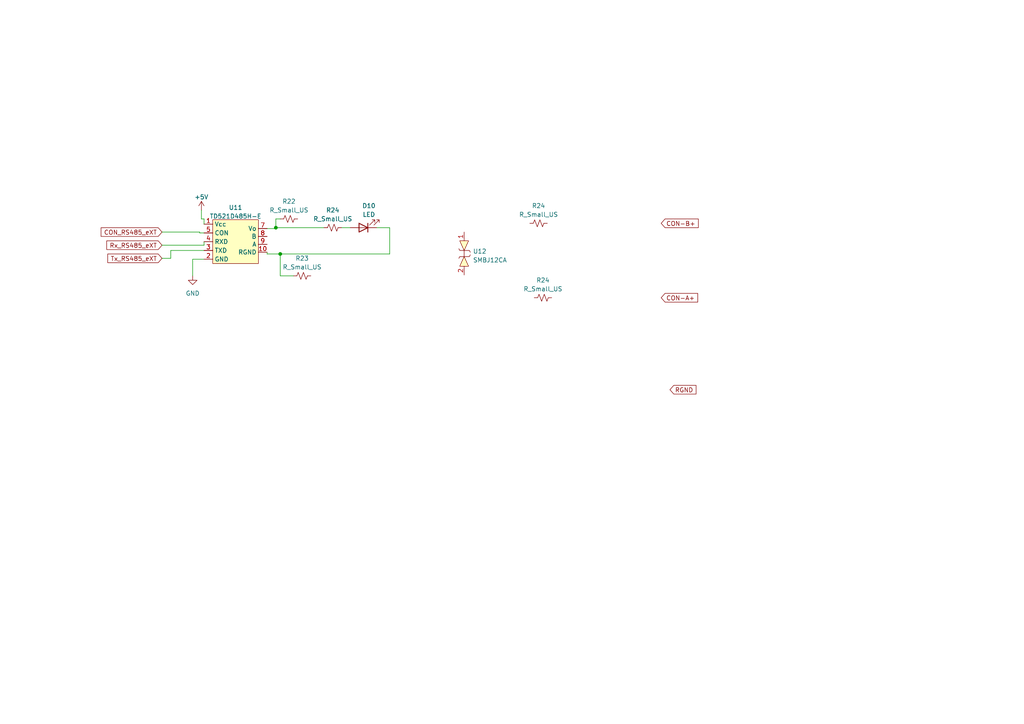
<source format=kicad_sch>
(kicad_sch (version 20230121) (generator eeschema)

  (uuid 058695a2-ad8f-40fd-a301-8e1d8656ddfe)

  (paper "A4")

  (lib_symbols
    (symbol "Device:LED" (pin_numbers hide) (pin_names (offset 1.016) hide) (in_bom yes) (on_board yes)
      (property "Reference" "D" (at 0 2.54 0)
        (effects (font (size 1.27 1.27)))
      )
      (property "Value" "LED" (at 0 -2.54 0)
        (effects (font (size 1.27 1.27)))
      )
      (property "Footprint" "" (at 0 0 0)
        (effects (font (size 1.27 1.27)) hide)
      )
      (property "Datasheet" "~" (at 0 0 0)
        (effects (font (size 1.27 1.27)) hide)
      )
      (property "ki_keywords" "LED diode" (at 0 0 0)
        (effects (font (size 1.27 1.27)) hide)
      )
      (property "ki_description" "Light emitting diode" (at 0 0 0)
        (effects (font (size 1.27 1.27)) hide)
      )
      (property "ki_fp_filters" "LED* LED_SMD:* LED_THT:*" (at 0 0 0)
        (effects (font (size 1.27 1.27)) hide)
      )
      (symbol "LED_0_1"
        (polyline
          (pts
            (xy -1.27 -1.27)
            (xy -1.27 1.27)
          )
          (stroke (width 0.254) (type default))
          (fill (type none))
        )
        (polyline
          (pts
            (xy -1.27 0)
            (xy 1.27 0)
          )
          (stroke (width 0) (type default))
          (fill (type none))
        )
        (polyline
          (pts
            (xy 1.27 -1.27)
            (xy 1.27 1.27)
            (xy -1.27 0)
            (xy 1.27 -1.27)
          )
          (stroke (width 0.254) (type default))
          (fill (type none))
        )
        (polyline
          (pts
            (xy -3.048 -0.762)
            (xy -4.572 -2.286)
            (xy -3.81 -2.286)
            (xy -4.572 -2.286)
            (xy -4.572 -1.524)
          )
          (stroke (width 0) (type default))
          (fill (type none))
        )
        (polyline
          (pts
            (xy -1.778 -0.762)
            (xy -3.302 -2.286)
            (xy -2.54 -2.286)
            (xy -3.302 -2.286)
            (xy -3.302 -1.524)
          )
          (stroke (width 0) (type default))
          (fill (type none))
        )
      )
      (symbol "LED_1_1"
        (pin passive line (at -3.81 0 0) (length 2.54)
          (name "K" (effects (font (size 1.27 1.27))))
          (number "1" (effects (font (size 1.27 1.27))))
        )
        (pin passive line (at 3.81 0 180) (length 2.54)
          (name "A" (effects (font (size 1.27 1.27))))
          (number "2" (effects (font (size 1.27 1.27))))
        )
      )
    )
    (symbol "Device:R_Small_US" (pin_numbers hide) (pin_names (offset 0.254) hide) (in_bom yes) (on_board yes)
      (property "Reference" "R" (at 0.762 0.508 0)
        (effects (font (size 1.27 1.27)) (justify left))
      )
      (property "Value" "R_Small_US" (at 0.762 -1.016 0)
        (effects (font (size 1.27 1.27)) (justify left))
      )
      (property "Footprint" "" (at 0 0 0)
        (effects (font (size 1.27 1.27)) hide)
      )
      (property "Datasheet" "~" (at 0 0 0)
        (effects (font (size 1.27 1.27)) hide)
      )
      (property "ki_keywords" "r resistor" (at 0 0 0)
        (effects (font (size 1.27 1.27)) hide)
      )
      (property "ki_description" "Resistor, small US symbol" (at 0 0 0)
        (effects (font (size 1.27 1.27)) hide)
      )
      (property "ki_fp_filters" "R_*" (at 0 0 0)
        (effects (font (size 1.27 1.27)) hide)
      )
      (symbol "R_Small_US_1_1"
        (polyline
          (pts
            (xy 0 0)
            (xy 1.016 -0.381)
            (xy 0 -0.762)
            (xy -1.016 -1.143)
            (xy 0 -1.524)
          )
          (stroke (width 0) (type default))
          (fill (type none))
        )
        (polyline
          (pts
            (xy 0 1.524)
            (xy 1.016 1.143)
            (xy 0 0.762)
            (xy -1.016 0.381)
            (xy 0 0)
          )
          (stroke (width 0) (type default))
          (fill (type none))
        )
        (pin passive line (at 0 2.54 270) (length 1.016)
          (name "~" (effects (font (size 1.27 1.27))))
          (number "1" (effects (font (size 1.27 1.27))))
        )
        (pin passive line (at 0 -2.54 90) (length 1.016)
          (name "~" (effects (font (size 1.27 1.27))))
          (number "2" (effects (font (size 1.27 1.27))))
        )
      )
    )
    (symbol "nuevos simvolos:SMBJ12CA" (in_bom yes) (on_board yes)
      (property "Reference" "U" (at 6.858 5.588 0)
        (effects (font (size 1.27 1.27)))
      )
      (property "Value" "SMBJ12CA" (at 6.858 4.064 0)
        (effects (font (size 1.27 1.27)))
      )
      (property "Footprint" "nuevo simbolo:SMBJ12CA" (at 6.858 5.588 0)
        (effects (font (size 1.27 1.27)) hide)
      )
      (property "Datasheet" "https://pdf1.alldatasheet.com/datasheet-pdf/view/568474/SOCAY/SMBJ12CA.html" (at 6.858 5.588 0)
        (effects (font (size 1.27 1.27)) hide)
      )
      (symbol "SMBJ12CA_0_1"
        (polyline
          (pts
            (xy 0 7.366)
            (xy 0 5.588)
          )
          (stroke (width 0) (type default))
          (fill (type none))
        )
        (polyline
          (pts
            (xy -1.524 5.08)
            (xy -1.27 5.588)
            (xy 1.524 5.588)
            (xy 1.778 6.096)
          )
          (stroke (width 0) (type default))
          (fill (type none))
        )
        (polyline
          (pts
            (xy -1.524 7.874)
            (xy -1.27 7.366)
            (xy 1.524 7.366)
            (xy 1.778 6.858)
          )
          (stroke (width 0) (type default))
          (fill (type none))
        )
        (polyline
          (pts
            (xy 0 5.588)
            (xy -1.27 2.794)
            (xy 1.27 2.794)
            (xy 0 5.588)
          )
          (stroke (width 0) (type default))
          (fill (type background))
        )
        (polyline
          (pts
            (xy 0 7.366)
            (xy -1.27 10.16)
            (xy 1.27 10.16)
            (xy 0 7.366)
          )
          (stroke (width 0) (type default))
          (fill (type background))
        )
      )
      (symbol "SMBJ12CA_1_1"
        (pin bidirectional line (at 0 12.7 270) (length 2.54)
          (name "" (effects (font (size 1.27 1.27))))
          (number "1" (effects (font (size 1.27 1.27))))
        )
        (pin bidirectional line (at 0 0.254 90) (length 2.54)
          (name "" (effects (font (size 1.27 1.27))))
          (number "2" (effects (font (size 1.27 1.27))))
        )
      )
    )
    (symbol "nuevos simvolos:TD521D485H-E" (in_bom yes) (on_board yes)
      (property "Reference" "U" (at 0 0 0)
        (effects (font (size 1.27 1.27)))
      )
      (property "Value" "TD521D485H-E" (at 0.254 -1.524 0)
        (effects (font (size 1.27 1.27)))
      )
      (property "Footprint" "nuevo simbolo:TD521D485H-E" (at 0 0 0)
        (effects (font (size 1.27 1.27)) hide)
      )
      (property "Datasheet" "https://www.digchip.com/datasheets/parts/datasheet/2/1007/TD521D485H-E-pdf.php" (at 0 0 0)
        (effects (font (size 1.27 1.27)) hide)
      )
      (symbol "TD521D485H-E_0_1"
        (rectangle (start -6.35 14.224) (end 6.858 1.524)
          (stroke (width 0) (type default))
          (fill (type background))
        )
      )
      (symbol "TD521D485H-E_1_1"
        (pin input line (at -8.89 12.954 0) (length 2.54)
          (name "Vcc" (effects (font (size 1.27 1.27))))
          (number "1" (effects (font (size 1.27 1.27))))
        )
        (pin output line (at 9.398 4.826 180) (length 2.54)
          (name "RGND" (effects (font (size 1.27 1.27))))
          (number "10" (effects (font (size 1.27 1.27))))
        )
        (pin output line (at -8.89 2.794 0) (length 2.54)
          (name "GND" (effects (font (size 1.27 1.27))))
          (number "2" (effects (font (size 1.27 1.27))))
        )
        (pin bidirectional line (at -8.89 5.334 0) (length 2.54)
          (name "TXD" (effects (font (size 1.27 1.27))))
          (number "3" (effects (font (size 1.27 1.27))))
        )
        (pin bidirectional line (at -8.89 7.874 0) (length 2.54)
          (name "RXD" (effects (font (size 1.27 1.27))))
          (number "4" (effects (font (size 1.27 1.27))))
        )
        (pin bidirectional line (at -8.89 10.414 0) (length 2.54)
          (name "CON" (effects (font (size 1.27 1.27))))
          (number "5" (effects (font (size 1.27 1.27))))
        )
        (pin output line (at 9.398 11.684 180) (length 2.54)
          (name "Vo" (effects (font (size 1.27 1.27))))
          (number "7" (effects (font (size 1.27 1.27))))
        )
        (pin bidirectional line (at 9.398 9.398 180) (length 2.54)
          (name "B" (effects (font (size 1.27 1.27))))
          (number "8" (effects (font (size 1.27 1.27))))
        )
        (pin bidirectional line (at 9.398 7.112 180) (length 2.54)
          (name "A" (effects (font (size 1.27 1.27))))
          (number "9" (effects (font (size 1.27 1.27))))
        )
      )
    )
    (symbol "power:+5V" (power) (pin_names (offset 0)) (in_bom yes) (on_board yes)
      (property "Reference" "#PWR" (at 0 -3.81 0)
        (effects (font (size 1.27 1.27)) hide)
      )
      (property "Value" "+5V" (at 0 3.556 0)
        (effects (font (size 1.27 1.27)))
      )
      (property "Footprint" "" (at 0 0 0)
        (effects (font (size 1.27 1.27)) hide)
      )
      (property "Datasheet" "" (at 0 0 0)
        (effects (font (size 1.27 1.27)) hide)
      )
      (property "ki_keywords" "global power" (at 0 0 0)
        (effects (font (size 1.27 1.27)) hide)
      )
      (property "ki_description" "Power symbol creates a global label with name \"+5V\"" (at 0 0 0)
        (effects (font (size 1.27 1.27)) hide)
      )
      (symbol "+5V_0_1"
        (polyline
          (pts
            (xy -0.762 1.27)
            (xy 0 2.54)
          )
          (stroke (width 0) (type default))
          (fill (type none))
        )
        (polyline
          (pts
            (xy 0 0)
            (xy 0 2.54)
          )
          (stroke (width 0) (type default))
          (fill (type none))
        )
        (polyline
          (pts
            (xy 0 2.54)
            (xy 0.762 1.27)
          )
          (stroke (width 0) (type default))
          (fill (type none))
        )
      )
      (symbol "+5V_1_1"
        (pin power_in line (at 0 0 90) (length 0) hide
          (name "+5V" (effects (font (size 1.27 1.27))))
          (number "1" (effects (font (size 1.27 1.27))))
        )
      )
    )
    (symbol "power:GND" (power) (pin_names (offset 0)) (in_bom yes) (on_board yes)
      (property "Reference" "#PWR" (at 0 -6.35 0)
        (effects (font (size 1.27 1.27)) hide)
      )
      (property "Value" "GND" (at 0 -3.81 0)
        (effects (font (size 1.27 1.27)))
      )
      (property "Footprint" "" (at 0 0 0)
        (effects (font (size 1.27 1.27)) hide)
      )
      (property "Datasheet" "" (at 0 0 0)
        (effects (font (size 1.27 1.27)) hide)
      )
      (property "ki_keywords" "global power" (at 0 0 0)
        (effects (font (size 1.27 1.27)) hide)
      )
      (property "ki_description" "Power symbol creates a global label with name \"GND\" , ground" (at 0 0 0)
        (effects (font (size 1.27 1.27)) hide)
      )
      (symbol "GND_0_1"
        (polyline
          (pts
            (xy 0 0)
            (xy 0 -1.27)
            (xy 1.27 -1.27)
            (xy 0 -2.54)
            (xy -1.27 -1.27)
            (xy 0 -1.27)
          )
          (stroke (width 0) (type default))
          (fill (type none))
        )
      )
      (symbol "GND_1_1"
        (pin power_in line (at 0 0 270) (length 0) hide
          (name "GND" (effects (font (size 1.27 1.27))))
          (number "1" (effects (font (size 1.27 1.27))))
        )
      )
    )
  )

  (junction (at 81.28 73.66) (diameter 0) (color 0 0 0 0)
    (uuid 6b6b6fa4-e9b5-4c9b-8ef0-04c19bab624e)
  )
  (junction (at 80.01 66.04) (diameter 0) (color 0 0 0 0)
    (uuid f4cce315-7c32-4a49-9744-20958e5402d1)
  )

  (wire (pts (xy 59.182 75.184) (xy 55.88 75.184))
    (stroke (width 0) (type default))
    (uuid 069a2e68-94cd-4d2c-a57c-6eb6ab163969)
  )
  (wire (pts (xy 57.912 67.31) (xy 46.99 67.31))
    (stroke (width 0) (type default))
    (uuid 0daa636c-6748-4fb2-98ef-d0eb3c02486f)
  )
  (wire (pts (xy 81.28 80.01) (xy 85.09 80.01))
    (stroke (width 0) (type default))
    (uuid 118610a9-be8a-485c-8b84-793451efa327)
  )
  (wire (pts (xy 57.912 67.564) (xy 57.912 67.31))
    (stroke (width 0) (type default))
    (uuid 21340b0e-01ea-457f-b559-d2e2bc75ff8d)
  )
  (wire (pts (xy 80.01 66.294) (xy 80.01 66.04))
    (stroke (width 0) (type default))
    (uuid 24d2fbd9-f01e-45a4-b52f-b57c33149f3d)
  )
  (wire (pts (xy 55.88 75.184) (xy 55.88 80.01))
    (stroke (width 0) (type default))
    (uuid 27080eab-fa88-4da4-8a5e-abe726680d93)
  )
  (wire (pts (xy 59.182 70.104) (xy 59.182 71.12))
    (stroke (width 0) (type default))
    (uuid 28d1ddb4-af06-4c79-a40b-300dad83d34f)
  )
  (wire (pts (xy 113.03 66.04) (xy 113.03 73.66))
    (stroke (width 0) (type default))
    (uuid 394a7028-16bb-4696-b489-ddd2cd833365)
  )
  (wire (pts (xy 59.182 71.12) (xy 46.99 71.12))
    (stroke (width 0) (type default))
    (uuid 39e70aef-57bc-426f-9e36-3e376ce1c82d)
  )
  (wire (pts (xy 77.47 73.66) (xy 81.28 73.66))
    (stroke (width 0) (type default))
    (uuid 3dec3558-885c-42a5-8356-f0597d9fb58a)
  )
  (wire (pts (xy 81.28 73.66) (xy 81.28 80.01))
    (stroke (width 0) (type default))
    (uuid 421b59a6-8aa4-4692-a853-16b323a60498)
  )
  (wire (pts (xy 59.182 72.644) (xy 49.53 72.644))
    (stroke (width 0) (type default))
    (uuid 52971b92-a503-41f6-9e3f-4946c612d654)
  )
  (wire (pts (xy 113.03 73.66) (xy 81.28 73.66))
    (stroke (width 0) (type default))
    (uuid 6e3693f0-8673-4352-9887-efc48911a824)
  )
  (wire (pts (xy 77.47 66.294) (xy 80.01 66.294))
    (stroke (width 0) (type default))
    (uuid 833a4b97-abf9-4a2c-9866-3f9f6ee06d71)
  )
  (wire (pts (xy 49.53 74.93) (xy 46.99 74.93))
    (stroke (width 0) (type default))
    (uuid 8e5c9053-952e-4c40-968d-2ba997501c3c)
  )
  (wire (pts (xy 109.22 66.04) (xy 113.03 66.04))
    (stroke (width 0) (type default))
    (uuid 9106d883-02c4-412d-af83-2156a14618ca)
  )
  (wire (pts (xy 57.912 67.564) (xy 59.182 67.564))
    (stroke (width 0) (type default))
    (uuid 951f349b-46a8-4352-a7e9-ced9280c22d1)
  )
  (wire (pts (xy 58.42 63.5) (xy 58.42 60.96))
    (stroke (width 0) (type default))
    (uuid 9c42f9c4-24c9-4e67-a1ad-57f4a0f65359)
  )
  (wire (pts (xy 99.06 66.04) (xy 101.6 66.04))
    (stroke (width 0) (type default))
    (uuid 9fa4d8c2-ebbb-4c9b-9fdf-ab9b7ac7efe2)
  )
  (wire (pts (xy 77.47 73.152) (xy 77.47 73.66))
    (stroke (width 0) (type default))
    (uuid a1590aa0-bf1e-4d50-adab-00cfdac58567)
  )
  (wire (pts (xy 49.53 72.644) (xy 49.53 74.93))
    (stroke (width 0) (type default))
    (uuid a8267e41-eb58-4a3f-842e-d7e69b012a4a)
  )
  (wire (pts (xy 80.01 66.04) (xy 93.98 66.04))
    (stroke (width 0) (type default))
    (uuid aef0cd95-832a-4163-b5d5-b1c502e58c57)
  )
  (wire (pts (xy 59.182 63.5) (xy 59.182 65.024))
    (stroke (width 0) (type default))
    (uuid bbe778b1-3def-4bad-8c4b-1c26c37a4b44)
  )
  (wire (pts (xy 59.182 63.5) (xy 58.42 63.5))
    (stroke (width 0) (type default))
    (uuid cdf65605-0237-45b7-a38d-8094217d2d54)
  )
  (wire (pts (xy 81.28 63.5) (xy 80.01 63.5))
    (stroke (width 0) (type default))
    (uuid e65a8d07-2d45-4bfe-8b60-f81a921c6c76)
  )
  (wire (pts (xy 80.01 63.5) (xy 80.01 66.04))
    (stroke (width 0) (type default))
    (uuid e809b79f-dcce-4194-8520-67fb4021f8b7)
  )

  (global_label "Tx_RS485_eXT" (shape input) (at 46.99 74.93 180) (fields_autoplaced)
    (effects (font (size 1.27 1.27)) (justify right))
    (uuid 61fe3b86-2642-4d8e-a412-2ffd934f2128)
    (property "Intersheetrefs" "${INTERSHEET_REFS}" (at 30.7796 74.93 0)
      (effects (font (size 1.27 1.27)) (justify right) hide)
    )
  )
  (global_label "CON-A+" (shape input) (at 191.77 86.36 0) (fields_autoplaced)
    (effects (font (size 1.27 1.27)) (justify left))
    (uuid 646b30ef-6ffd-454c-ad29-2ab5dac92cea)
    (property "Intersheetrefs" "${INTERSHEET_REFS}" (at 202.8402 86.36 0)
      (effects (font (size 1.27 1.27)) (justify left) hide)
    )
  )
  (global_label "CON_RS485_eXT" (shape input) (at 46.99 67.31 180) (fields_autoplaced)
    (effects (font (size 1.27 1.27)) (justify right))
    (uuid 79973c19-cf3f-4d9a-8060-baaf2eb466a6)
    (property "Intersheetrefs" "${INTERSHEET_REFS}" (at 28.8443 67.31 0)
      (effects (font (size 1.27 1.27)) (justify right) hide)
    )
  )
  (global_label "CON-B+" (shape input) (at 191.77 64.77 0) (fields_autoplaced)
    (effects (font (size 1.27 1.27)) (justify left))
    (uuid bb48369c-93af-49c4-90b7-efef2cd334e9)
    (property "Intersheetrefs" "${INTERSHEET_REFS}" (at 203.0216 64.77 0)
      (effects (font (size 1.27 1.27)) (justify left) hide)
    )
  )
  (global_label "Rx_RS485_eXT" (shape input) (at 46.99 71.12 180) (fields_autoplaced)
    (effects (font (size 1.27 1.27)) (justify right))
    (uuid cb702b5e-1d25-434b-8d49-ff45dad67890)
    (property "Intersheetrefs" "${INTERSHEET_REFS}" (at 30.4772 71.12 0)
      (effects (font (size 1.27 1.27)) (justify right) hide)
    )
  )
  (global_label "RGND" (shape input) (at 194.31 113.03 0) (fields_autoplaced)
    (effects (font (size 1.27 1.27)) (justify left))
    (uuid e669bf36-a651-4315-837b-f76e10e22781)
    (property "Intersheetrefs" "${INTERSHEET_REFS}" (at 202.3563 113.03 0)
      (effects (font (size 1.27 1.27)) (justify left) hide)
    )
  )

  (symbol (lib_id "power:+5V") (at 58.42 60.96 0) (unit 1)
    (in_bom yes) (on_board yes) (dnp no) (fields_autoplaced)
    (uuid 30a3a2f3-bf10-4355-a248-d01e62fe8a53)
    (property "Reference" "#PWR010" (at 58.42 64.77 0)
      (effects (font (size 1.27 1.27)) hide)
    )
    (property "Value" "+5V" (at 58.42 57.15 0)
      (effects (font (size 1.27 1.27)))
    )
    (property "Footprint" "" (at 58.42 60.96 0)
      (effects (font (size 1.27 1.27)) hide)
    )
    (property "Datasheet" "" (at 58.42 60.96 0)
      (effects (font (size 1.27 1.27)) hide)
    )
    (pin "1" (uuid 075efcc5-d62c-4874-9aeb-a5af69922dba))
    (instances
      (project "proyeto"
        (path "/b66868b8-c283-4ef1-82e8-af9f092560ee/a72b2232-0de7-4df7-b592-ee0f1cdb2f92/80608ede-77c7-4a61-892f-36dbc3009587"
          (reference "#PWR010") (unit 1)
        )
        (path "/b66868b8-c283-4ef1-82e8-af9f092560ee/a72b2232-0de7-4df7-b592-ee0f1cdb2f92/8f3560d8-3953-414c-92c5-d637211a2832"
          (reference "#PWR010") (unit 1)
        )
      )
    )
  )

  (symbol (lib_id "power:GND") (at 55.88 80.01 0) (unit 1)
    (in_bom yes) (on_board yes) (dnp no) (fields_autoplaced)
    (uuid 3bc5806b-241c-4e5b-b6c8-8dd2492f992d)
    (property "Reference" "#PWR033" (at 55.88 86.36 0)
      (effects (font (size 1.27 1.27)) hide)
    )
    (property "Value" "GND" (at 55.88 85.09 0)
      (effects (font (size 1.27 1.27)))
    )
    (property "Footprint" "" (at 55.88 80.01 0)
      (effects (font (size 1.27 1.27)) hide)
    )
    (property "Datasheet" "" (at 55.88 80.01 0)
      (effects (font (size 1.27 1.27)) hide)
    )
    (pin "1" (uuid 7585dffc-539f-48d5-a8bc-571c24163c7e))
    (instances
      (project "proyeto"
        (path "/b66868b8-c283-4ef1-82e8-af9f092560ee/a72b2232-0de7-4df7-b592-ee0f1cdb2f92/8f3560d8-3953-414c-92c5-d637211a2832"
          (reference "#PWR033") (unit 1)
        )
      )
    )
  )

  (symbol (lib_id "Device:R_Small_US") (at 87.63 80.01 90) (unit 1)
    (in_bom yes) (on_board yes) (dnp no) (fields_autoplaced)
    (uuid 615bcc9d-ba71-43c7-8627-37d19a8444c1)
    (property "Reference" "R23" (at 87.63 74.93 90)
      (effects (font (size 1.27 1.27)))
    )
    (property "Value" "R_Small_US" (at 87.63 77.47 90)
      (effects (font (size 1.27 1.27)))
    )
    (property "Footprint" "" (at 87.63 80.01 0)
      (effects (font (size 1.27 1.27)) hide)
    )
    (property "Datasheet" "~" (at 87.63 80.01 0)
      (effects (font (size 1.27 1.27)) hide)
    )
    (pin "1" (uuid 4234b7a8-5327-4841-b8a6-bccd16d68e1b))
    (pin "2" (uuid 3380d580-e51a-4d1a-8c84-94555aed2dc2))
    (instances
      (project "proyeto"
        (path "/b66868b8-c283-4ef1-82e8-af9f092560ee/a72b2232-0de7-4df7-b592-ee0f1cdb2f92/80608ede-77c7-4a61-892f-36dbc3009587"
          (reference "R23") (unit 1)
        )
        (path "/b66868b8-c283-4ef1-82e8-af9f092560ee/a72b2232-0de7-4df7-b592-ee0f1cdb2f92/8f3560d8-3953-414c-92c5-d637211a2832"
          (reference "R23") (unit 1)
        )
      )
    )
  )

  (symbol (lib_id "nuevos simvolos:SMBJ12CA") (at 134.62 80.01 0) (unit 1)
    (in_bom yes) (on_board yes) (dnp no) (fields_autoplaced)
    (uuid 69105ac8-241a-43f7-bec0-46f66ac631b8)
    (property "Reference" "U12" (at 137.16 72.898 0)
      (effects (font (size 1.27 1.27)) (justify left))
    )
    (property "Value" "SMBJ12CA" (at 137.16 75.438 0)
      (effects (font (size 1.27 1.27)) (justify left))
    )
    (property "Footprint" "nuevo simbolo:SMBJ12CA" (at 141.478 74.422 0)
      (effects (font (size 1.27 1.27)) hide)
    )
    (property "Datasheet" "https://pdf1.alldatasheet.com/datasheet-pdf/view/568474/SOCAY/SMBJ12CA.html" (at 141.478 74.422 0)
      (effects (font (size 1.27 1.27)) hide)
    )
    (pin "1" (uuid 1b597393-7ed4-4975-af05-eb688bb418b8))
    (pin "2" (uuid 5fcf5f97-2ad8-4a3e-90d1-fa1b4b58e438))
    (instances
      (project "proyeto"
        (path "/b66868b8-c283-4ef1-82e8-af9f092560ee/a72b2232-0de7-4df7-b592-ee0f1cdb2f92/8f3560d8-3953-414c-92c5-d637211a2832"
          (reference "U12") (unit 1)
        )
      )
    )
  )

  (symbol (lib_id "Device:R_Small_US") (at 83.82 63.5 90) (unit 1)
    (in_bom yes) (on_board yes) (dnp no) (fields_autoplaced)
    (uuid 70fca1b0-7c3b-4943-a211-5e27da5a881c)
    (property "Reference" "R22" (at 83.82 58.42 90)
      (effects (font (size 1.27 1.27)))
    )
    (property "Value" "R_Small_US" (at 83.82 60.96 90)
      (effects (font (size 1.27 1.27)))
    )
    (property "Footprint" "" (at 83.82 63.5 0)
      (effects (font (size 1.27 1.27)) hide)
    )
    (property "Datasheet" "~" (at 83.82 63.5 0)
      (effects (font (size 1.27 1.27)) hide)
    )
    (pin "1" (uuid 66daf905-62a7-4223-91b1-daa462d49a1b))
    (pin "2" (uuid e5ec1a8e-ecdb-458b-8f70-8f6cc38385c4))
    (instances
      (project "proyeto"
        (path "/b66868b8-c283-4ef1-82e8-af9f092560ee/a72b2232-0de7-4df7-b592-ee0f1cdb2f92/80608ede-77c7-4a61-892f-36dbc3009587"
          (reference "R22") (unit 1)
        )
        (path "/b66868b8-c283-4ef1-82e8-af9f092560ee/a72b2232-0de7-4df7-b592-ee0f1cdb2f92/8f3560d8-3953-414c-92c5-d637211a2832"
          (reference "R22") (unit 1)
        )
      )
    )
  )

  (symbol (lib_id "Device:R_Small_US") (at 157.48 86.36 90) (unit 1)
    (in_bom yes) (on_board yes) (dnp no) (fields_autoplaced)
    (uuid 7898d43a-9b06-43d0-9cd7-3b0b04653486)
    (property "Reference" "R24" (at 157.48 81.28 90)
      (effects (font (size 1.27 1.27)))
    )
    (property "Value" "R_Small_US" (at 157.48 83.82 90)
      (effects (font (size 1.27 1.27)))
    )
    (property "Footprint" "" (at 157.48 86.36 0)
      (effects (font (size 1.27 1.27)) hide)
    )
    (property "Datasheet" "~" (at 157.48 86.36 0)
      (effects (font (size 1.27 1.27)) hide)
    )
    (pin "1" (uuid fcc501e8-ddc9-44da-ba03-8dfa20266e96))
    (pin "2" (uuid e7a1c105-16bc-4b90-8e3d-ffaf7ce5e0bc))
    (instances
      (project "proyeto"
        (path "/b66868b8-c283-4ef1-82e8-af9f092560ee/a72b2232-0de7-4df7-b592-ee0f1cdb2f92/80608ede-77c7-4a61-892f-36dbc3009587"
          (reference "R24") (unit 1)
        )
        (path "/b66868b8-c283-4ef1-82e8-af9f092560ee/a72b2232-0de7-4df7-b592-ee0f1cdb2f92/8f3560d8-3953-414c-92c5-d637211a2832"
          (reference "R26") (unit 1)
        )
      )
    )
  )

  (symbol (lib_id "Device:R_Small_US") (at 96.52 66.04 90) (unit 1)
    (in_bom yes) (on_board yes) (dnp no) (fields_autoplaced)
    (uuid 9e15309c-9242-492a-9829-1351ca70a625)
    (property "Reference" "R24" (at 96.52 60.96 90)
      (effects (font (size 1.27 1.27)))
    )
    (property "Value" "R_Small_US" (at 96.52 63.5 90)
      (effects (font (size 1.27 1.27)))
    )
    (property "Footprint" "" (at 96.52 66.04 0)
      (effects (font (size 1.27 1.27)) hide)
    )
    (property "Datasheet" "~" (at 96.52 66.04 0)
      (effects (font (size 1.27 1.27)) hide)
    )
    (pin "1" (uuid 33ce4660-0ab5-431a-af59-a5d4812a8686))
    (pin "2" (uuid e013c163-a39b-4382-b47d-0c7b31595037))
    (instances
      (project "proyeto"
        (path "/b66868b8-c283-4ef1-82e8-af9f092560ee/a72b2232-0de7-4df7-b592-ee0f1cdb2f92/80608ede-77c7-4a61-892f-36dbc3009587"
          (reference "R24") (unit 1)
        )
        (path "/b66868b8-c283-4ef1-82e8-af9f092560ee/a72b2232-0de7-4df7-b592-ee0f1cdb2f92/8f3560d8-3953-414c-92c5-d637211a2832"
          (reference "R24") (unit 1)
        )
      )
    )
  )

  (symbol (lib_id "Device:R_Small_US") (at 156.21 64.77 90) (unit 1)
    (in_bom yes) (on_board yes) (dnp no) (fields_autoplaced)
    (uuid a55d8efd-8f55-49af-8e75-e1841e3c6aad)
    (property "Reference" "R24" (at 156.21 59.69 90)
      (effects (font (size 1.27 1.27)))
    )
    (property "Value" "R_Small_US" (at 156.21 62.23 90)
      (effects (font (size 1.27 1.27)))
    )
    (property "Footprint" "" (at 156.21 64.77 0)
      (effects (font (size 1.27 1.27)) hide)
    )
    (property "Datasheet" "~" (at 156.21 64.77 0)
      (effects (font (size 1.27 1.27)) hide)
    )
    (pin "1" (uuid cca4b86d-7357-488c-afb3-e2ef32f9aaeb))
    (pin "2" (uuid 14341809-9410-4127-8775-696e023e5e36))
    (instances
      (project "proyeto"
        (path "/b66868b8-c283-4ef1-82e8-af9f092560ee/a72b2232-0de7-4df7-b592-ee0f1cdb2f92/80608ede-77c7-4a61-892f-36dbc3009587"
          (reference "R24") (unit 1)
        )
        (path "/b66868b8-c283-4ef1-82e8-af9f092560ee/a72b2232-0de7-4df7-b592-ee0f1cdb2f92/8f3560d8-3953-414c-92c5-d637211a2832"
          (reference "R25") (unit 1)
        )
      )
    )
  )

  (symbol (lib_id "Device:LED") (at 105.41 66.04 180) (unit 1)
    (in_bom yes) (on_board yes) (dnp no) (fields_autoplaced)
    (uuid c02e37fc-d2c1-4bb3-95f3-3bbebaa059ab)
    (property "Reference" "D10" (at 106.9975 59.69 0)
      (effects (font (size 1.27 1.27)))
    )
    (property "Value" "LED" (at 106.9975 62.23 0)
      (effects (font (size 1.27 1.27)))
    )
    (property "Footprint" "" (at 105.41 66.04 0)
      (effects (font (size 1.27 1.27)) hide)
    )
    (property "Datasheet" "~" (at 105.41 66.04 0)
      (effects (font (size 1.27 1.27)) hide)
    )
    (pin "1" (uuid c71129b1-4368-4294-99ed-bbcd36e31557))
    (pin "2" (uuid 80f8f13b-bb57-45c8-9c24-a37a0838b443))
    (instances
      (project "proyeto"
        (path "/b66868b8-c283-4ef1-82e8-af9f092560ee/a72b2232-0de7-4df7-b592-ee0f1cdb2f92/80608ede-77c7-4a61-892f-36dbc3009587"
          (reference "D10") (unit 1)
        )
        (path "/b66868b8-c283-4ef1-82e8-af9f092560ee/a72b2232-0de7-4df7-b592-ee0f1cdb2f92/8f3560d8-3953-414c-92c5-d637211a2832"
          (reference "D10") (unit 1)
        )
      )
    )
  )

  (symbol (lib_id "nuevos simvolos:TD521D485H-E") (at 68.072 77.978 0) (unit 1)
    (in_bom yes) (on_board yes) (dnp no) (fields_autoplaced)
    (uuid d3875c17-e7de-4ba4-a206-b02d69328856)
    (property "Reference" "U11" (at 68.326 60.198 0)
      (effects (font (size 1.27 1.27)))
    )
    (property "Value" "TD521D485H-E" (at 68.326 62.738 0)
      (effects (font (size 1.27 1.27)))
    )
    (property "Footprint" "nuevo simbolo:TD521D485H-E" (at 68.072 77.978 0)
      (effects (font (size 1.27 1.27)) hide)
    )
    (property "Datasheet" "https://www.digchip.com/datasheets/parts/datasheet/2/1007/TD521D485H-E-pdf.php" (at 68.072 77.978 0)
      (effects (font (size 1.27 1.27)) hide)
    )
    (pin "1" (uuid 63e93a2f-5c6d-44bb-8723-703ba86389c6))
    (pin "10" (uuid d52bbfe2-40ab-4fb3-9782-41cb2013a528))
    (pin "2" (uuid b0092cc0-9c6b-4153-92f7-3d7686d9d01c))
    (pin "3" (uuid a72b2fd9-282a-427e-85f7-05e94805385c))
    (pin "4" (uuid 634e744b-4290-4278-8fba-2d0ca73bcc5e))
    (pin "5" (uuid 8ec5b9bd-722b-4f8c-8408-a5d62658e171))
    (pin "7" (uuid ed4be3ba-d2ff-4728-8922-f76f8f3da918))
    (pin "8" (uuid fe09fe1c-7dd6-4d1b-9fc1-2260c0a63090))
    (pin "9" (uuid 992e3053-0b32-4241-ac1c-54b0b1a60eb8))
    (instances
      (project "proyeto"
        (path "/b66868b8-c283-4ef1-82e8-af9f092560ee/a72b2232-0de7-4df7-b592-ee0f1cdb2f92/8f3560d8-3953-414c-92c5-d637211a2832"
          (reference "U11") (unit 1)
        )
      )
    )
  )
)

</source>
